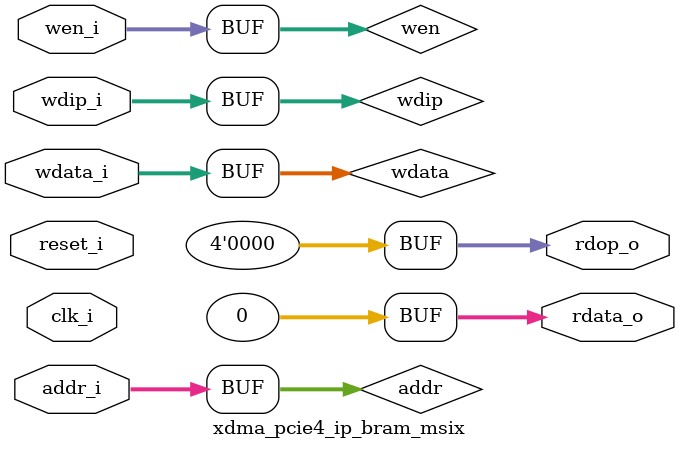
<source format=v>
`timescale 1ps/1ps

(* DowngradeIPIdentifiedWarnings = "yes" *)
module xdma_pcie4_ip_bram_msix #(

  parameter           TCQ = 100
, parameter           TO_RAM_PIPELINE="FALSE"
, parameter           FROM_RAM_PIPELINE="FALSE"
, parameter           MSIX_CAP_TABLE_SIZE=11'h0
, parameter           MSIX_TABLE_RAM_ENABLE="FALSE"

  ) (

  input  wire         clk_i,
  input  wire         reset_i,

  input  wire  [12:0] addr_i,
  input  wire  [31:0] wdata_i,
  input  wire   [3:0] wdip_i,
  input  wire   [3:0] wen_i,
  output wire  [31:0] rdata_o,
  output wire   [3:0] rdop_o

  );

  // WIP : Use Total number of functions (PFs + VFs) to calculate the NUM_BRAM_4K
  localparam integer NUM_BRAM_4K = (MSIX_TABLE_RAM_ENABLE == "TRUE") ? 8 : 0 ;
 

  reg          [12:0] addr;
  reg          [12:0] addr_p0;
  reg          [12:0] addr_p1;
  reg          [31:0] wdata;
  reg           [3:0] wdip;
  reg           [3:0] wen;
  reg          [31:0] reg_rdata;
  reg           [3:0] reg_rdop;
  wire         [31:0] rdata;
  wire          [3:0] rdop;
  genvar              i;
  wire    [(8*4)-1:0] bram_4k_wen;
  wire   [(8*32)-1:0] rdata_t;
  wire    [(8*4)-1:0] rdop_t;

  //
  // Optional input pipe stages
  //
  generate

    if (TO_RAM_PIPELINE == "TRUE") begin : TORAMPIPELINE

      always @(posedge clk_i) begin
     
        if (reset_i) begin

          addr <= #(TCQ) 13'b0;
          wdata <= #(TCQ) 32'b0;
          wdip <= #(TCQ) 4'b0;
          wen <= #(TCQ) 4'b0;

        end else begin

          addr <= #(TCQ) addr_i;
          wdata <= #(TCQ) wdata_i;
          wdip <= #(TCQ) wdip_i;
          wen <= #(TCQ) wen_i;

        end

      end

    end else begin : NOTORAMPIPELINE

      always @(*) begin

          addr = addr_i;
          wdata = wdata_i;
          wdip = wdip_i;
          wen = wen_i;

      end


    end

  endgenerate

  // 
  // Address pipeline
  //
  always @(posedge clk_i) begin
     
    if (reset_i) begin

      addr_p0 <= #(TCQ) 13'b0;
      addr_p1 <= #(TCQ) 13'b0;

    end else begin

      addr_p0 <= #(TCQ) addr;
      addr_p1 <= #(TCQ) addr_p0;

    end

  end

  //
  // Optional output pipe stages
  //
  generate

    if (FROM_RAM_PIPELINE == "TRUE") begin : FRMRAMPIPELINE


      always @(posedge clk_i) begin
     
        if (reset_i) begin

          reg_rdata <= #(TCQ) 32'b0;
          reg_rdop <= #(TCQ) 4'b0;

        end else begin

          case (addr_p1[12:10]) 
            3'b000 : begin
              reg_rdata <= #(TCQ) rdata_t[(32*(0))+31:(32*(0))+0];
              reg_rdop <= #(TCQ) rdop_t[(4*(0))+3:(4*(0))+0];
            end
            3'b001 : begin
              reg_rdata <= #(TCQ) rdata_t[(32*(1))+31:(32*(1))+0];
              reg_rdop <= #(TCQ) rdop_t[(4*(1))+3:(4*(1))+0];
            end
            3'b010 : begin
              reg_rdata <= #(TCQ) rdata_t[(32*(2))+31:(32*(2))+0];
              reg_rdop <= #(TCQ) rdop_t[(4*(2))+3:(4*(2))+0];
            end
            3'b011 : begin
              reg_rdata <= #(TCQ) rdata_t[(32*(3))+31:(32*(3))+0];
              reg_rdop <= #(TCQ) rdop_t[(4*(3))+3:(4*(3))+0];
            end
            3'b100 : begin
              reg_rdata <= #(TCQ) rdata_t[(32*(4))+31:(32*(4))+0];
              reg_rdop <= #(TCQ) rdop_t[(4*(4))+3:(4*(4))+0];
            end
            3'b101 : begin
              reg_rdata <= #(TCQ) rdata_t[(32*(5))+31:(32*(5))+0];
              reg_rdop <= #(TCQ) rdop_t[(4*(5))+3:(4*(5))+0];
            end
            3'b110 : begin
              reg_rdata <= #(TCQ) rdata_t[(32*(6))+31:(32*(6))+0];
              reg_rdop <= #(TCQ) rdop_t[(4*(6))+3:(4*(6))+0];
            end
            3'b111 : begin
              reg_rdata <= #(TCQ) rdata_t[(32*(7))+31:(32*(7))+0];
              reg_rdop <= #(TCQ) rdop_t[(4*(7))+3:(4*(7))+0];
            end
          endcase

        end

      end

    end else begin : NOFRMRAMPIPELINE

      always @(*) begin

          case (addr_p1[12:10]) 
            3'b000 : begin
              reg_rdata <= #(TCQ) rdata_t[(32*(0))+31:(32*(0))+0];
              reg_rdop <= #(TCQ) rdop_t[(4*(0))+3:(4*(0))+0];
            end
            3'b001 : begin
              reg_rdata <= #(TCQ) rdata_t[(32*(1))+31:(32*(1))+0];
              reg_rdop <= #(TCQ) rdop_t[(4*(1))+3:(4*(1))+0];
            end
            3'b010 : begin
              reg_rdata <= #(TCQ) rdata_t[(32*(2))+31:(32*(2))+0];
              reg_rdop <= #(TCQ) rdop_t[(4*(2))+3:(4*(2))+0];
            end
            3'b011 : begin
              reg_rdata <= #(TCQ) rdata_t[(32*(3))+31:(32*(3))+0];
              reg_rdop <= #(TCQ) rdop_t[(4*(3))+3:(4*(3))+0];
            end
            3'b100 : begin
              reg_rdata <= #(TCQ) rdata_t[(32*(4))+31:(32*(4))+0];
              reg_rdop <= #(TCQ) rdop_t[(4*(4))+3:(4*(4))+0];
            end
            3'b101 : begin
              reg_rdata <= #(TCQ) rdata_t[(32*(5))+31:(32*(5))+0];
              reg_rdop <= #(TCQ) rdop_t[(4*(5))+3:(4*(5))+0];
            end
            3'b110 : begin
              reg_rdata <= #(TCQ) rdata_t[(32*(6))+31:(32*(6))+0];
              reg_rdop <= #(TCQ) rdop_t[(4*(6))+3:(4*(6))+0];
            end
            3'b111 : begin
              reg_rdata <= #(TCQ) rdata_t[(32*(7))+31:(32*(7))+0];
              reg_rdop <= #(TCQ) rdop_t[(4*(7))+3:(4*(7))+0];
            end
          endcase

      end

    end
  
  endgenerate

  assign rdata_o = (MSIX_TABLE_RAM_ENABLE == "TRUE") ?  reg_rdata : 32'h0;
  assign rdop_o = (MSIX_TABLE_RAM_ENABLE == "TRUE") ? reg_rdop : 4'h0;

  generate 
  
    for (i=0; i<NUM_BRAM_4K; i=i+1) begin : BRAM4K

      xdma_pcie4_ip_bram_4k_int #(
          .TCQ(TCQ)
        )
        bram_4k_int (
    
          .clk_i (clk_i),
          .reset_i (reset_i),
    
          .addr_i(addr[9:0]),
          .wdata_i(wdata),
          .wdip_i(wdip),
          .wen_i(bram_4k_wen[(4*(i))+3:(4*(i))+0]),
          .rdata_o(rdata_t[(32*i)+31:(32*i)+0]),
          .rdop_o(rdop_t[(4*i)+3:(4*i)+0]),
          .baddr_i(10'b0),
          .brdata_o()

      );
      assign bram_4k_wen[(4*(i))+3:(4*(i))+0] = wen & {4{(i == addr[12:10])}};  
      
    end

  endgenerate

endmodule

</source>
